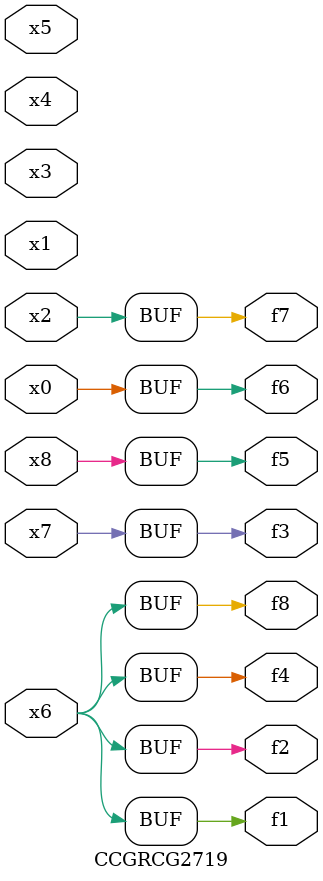
<source format=v>
module CCGRCG2719(
	input x0, x1, x2, x3, x4, x5, x6, x7, x8,
	output f1, f2, f3, f4, f5, f6, f7, f8
);
	assign f1 = x6;
	assign f2 = x6;
	assign f3 = x7;
	assign f4 = x6;
	assign f5 = x8;
	assign f6 = x0;
	assign f7 = x2;
	assign f8 = x6;
endmodule

</source>
